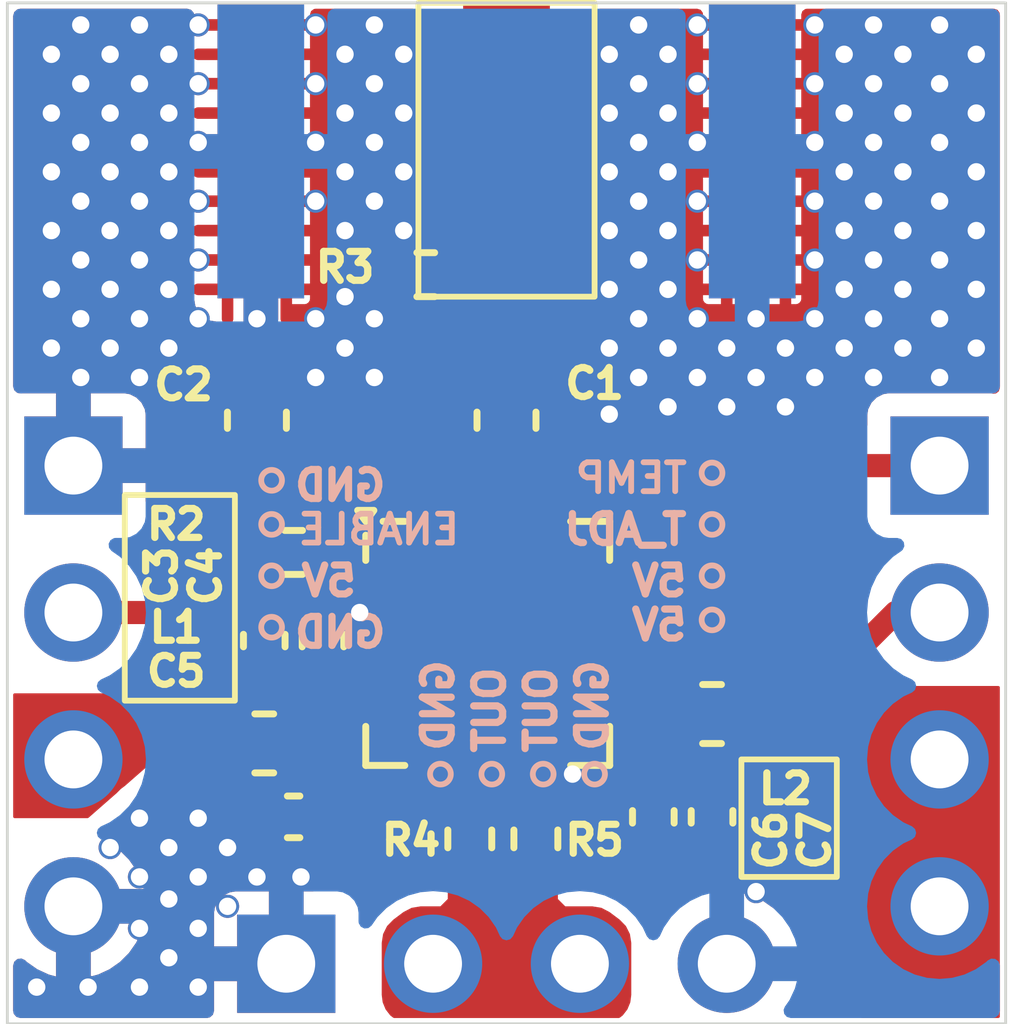
<source format=kicad_pcb>
(kicad_pcb (version 20240108) (generator "pcbnew") (generator_version "8.0")
  (layers (0 "F.Cu" signal) (1 "In1.Cu" signal) (2 "In2.Cu" signal) (31 "B.Cu" signal) (34 "B.Paste" user) (35 "F.Paste" user) (36 "B.SilkS" user "B.Silkscreen") (37 "F.SilkS" user "F.Silkscreen") (38 "B.Mask" user) (39 "F.Mask" user) (44 "Edge.Cuts" user))
  (net 0 "")
  (net 1 "Net-(U1-INHI)")
  (net 2 "Net-(J1-In)")
  (net 3 "GNDA")
  (net 4 "Net-(U1-INLO)")
  (net 5 "Net-(C3-Pad2)")
  (net 6 "Net-(U1-CLPF)")
  (net 7 "Net-(U1-VPSO)")
  (net 8 "+5V")
  (net 9 "Net-(U1-ENABLE)")
  (net 10 "ADC1_IN0_DET1")
  (net 11 "Net-(U1-VOUT)")
  (net 12 "T_ADJ_1")
  (net 13 "ADC3_IN3_TEMP")
  (footprint "Resistor_SMD:R_0402_1005Metric" (layer "F.Cu") (at 69.596 30.861 180)
    (property "Reference" "R3" (at 1.397 0.127 180) (layer "F.SilkS") (effects (font (size 0.5 0.5) (thickness 0.125))))
    (property "Value" "R")
    (fp_line (start -0.153641 0.38) (end 0.153641 0.38) (stroke (width 0.12)) (layer "F.SilkS"))
    (fp_line (start -0.153641 -0.38) (end 0.153641 -0.38) (stroke (width 0.12)) (layer "F.SilkS"))
    (pad "1" smd roundrect (at -0.51 0 180) (size 0.54 0.64) (layers "F.Cu" "F.Paste" "F.Mask") (net 2 "Net-(J1-In)"))
    (pad "2" smd roundrect (at 0.51 0 180) (size 0.54 0.64) (layers "F.Cu" "F.Paste" "F.Mask") (net 3 "GNDA"))
  )
  (footprint "Capacitor_SMD:C_0402_1005Metric" (layer "F.Cu") (at 67.31 40.235939)
    (property "Reference" "C5" (at -2.032 -2.516939 0) (layer "F.SilkS") (effects (font (size 0.5 0.5) (thickness 0.125))))
    (property "Value" "C")
    (fp_line (start -0.107836 -0.36) (end 0.107836 -0.36) (stroke (width 0.12)) (layer "F.SilkS"))
    (fp_line (start -0.107836 0.36) (end 0.107836 0.36) (stroke (width 0.12)) (layer "F.SilkS"))
    (pad "1" smd roundrect (at -0.48 0) (size 0.56 0.62) (layers "F.Cu" "F.Paste" "F.Mask") (net 3 "GNDA"))
    (pad "2" smd roundrect (at 0.48 0) (size 0.56 0.62) (layers "F.Cu" "F.Paste" "F.Mask") (net 6 "Net-(U1-CLPF)"))
  )
  (footprint "Connector_PinHeader_2.54mm:PinHeader_1x04_P2.54mm_Vertical" (layer "F.Cu") (at 67.183 42.775939 90)
    (property "Reference" "REF**" (hide yes))
    (property "Value" "PinHeader_1x04_P2.54mm_Vertical" (hide yes))
    (pad "1" thru_hole rect (at 0 0 90) (size 1.7 1.7) (drill 1) (property pad_prop_castellated) (layers "*.Cu" "*.Mask") (net 3 "GNDA"))
    (pad "2" thru_hole oval (at 0 2.54 90) (size 1.7 1.7) (drill 1) (property pad_prop_castellated) (layers "*.Cu" "*.Mask") (net 10 "ADC1_IN0_DET1"))
    (pad "3" thru_hole oval (at 0 5.08 90) (size 1.7 1.7) (drill 1) (property pad_prop_castellated) (layers "*.Cu" "*.Mask") (net 10 "ADC1_IN0_DET1"))
    (pad "4" thru_hole oval (at 0 7.62 90) (size 1.7 1.7) (drill 1) (property pad_prop_castellated) (layers "*.Cu" "*.Mask") (net 3 "GNDA"))
  )
  (footprint "Capacitor_SMD:C_0603_1608Metric" (layer "F.Cu") (at 66.675 33.377939 -90)
    (property "Reference" "C2" (at -0.611939 1.27 180) (layer "F.SilkS") (effects (font (size 0.5 0.5) (thickness 0.125))))
    (property "Value" "1n")
    (fp_line (start -0.14058 0.51) (end 0.14058 0.51) (stroke (width 0.12)) (layer "F.SilkS"))
    (fp_line (start -0.14058 -0.51) (end 0.14058 -0.51) (stroke (width 0.12)) (layer "F.SilkS"))
    (pad "1" smd roundrect (at -0.775 0 270) (size 0.9 0.95) (layers "F.Cu" "F.Paste" "F.Mask") (net 3 "GNDA"))
    (pad "2" smd roundrect (at 0.775 0 270) (size 0.9 0.95) (layers "F.Cu" "F.Paste" "F.Mask") (net 4 "Net-(U1-INLO)"))
  )
  (footprint "Connector_Coaxial:SMA_Amphenol_132289_EdgeMount" (layer "F.Cu") (at 70.993 28.7305 90)
    (property "Reference" "J1" (hide yes))
    (property "Value" "SMA" (hide yes))
    (pad "1" smd rect (at 0 0 180) (size 1.5 5.08) (layers "F.Cu" "F.Paste" "F.Mask") (net 2 "Net-(J1-In)"))
    (pad "2" smd rect (at 0 -4.25 180) (size 1.5 5.08) (layers "F.Cu" "F.Paste" "F.Mask") (net 3 "GNDA"))
    (pad "2" smd rect (at 0 -4.25 180) (size 1.5 5.08) (layers "B.Cu" "B.Paste" "B.Mask") (net 3 "GNDA"))
    (pad "2" smd rect (at 0 4.25 180) (size 1.5 5.08) (layers "F.Cu" "F.Paste" "F.Mask") (net 3 "GNDA"))
    (pad "2" smd rect (at 0 4.25 180) (size 1.5 5.08) (layers "B.Cu" "B.Paste" "B.Mask") (net 3 "GNDA"))
  )
  (footprint "Capacitor_SMD:C_0402_1005Metric" (layer "F.Cu") (at 66.802 37.187939 -90)
    (property "Reference" "C3" (at -1.119939 1.778 -90) (layer "F.SilkS") (effects (font (size 0.5 0.5) (thickness 0.125))))
    (property "Value" "100p")
    (fp_line (start -0.107836 0.36) (end 0.107836 0.36) (stroke (width 0.12)) (layer "F.SilkS"))
    (fp_line (start -0.107836 -0.36) (end 0.107836 -0.36) (stroke (width 0.12)) (layer "F.SilkS"))
    (pad "1" smd roundrect (at -0.48 0 270) (size 0.56 0.62) (layers "F.Cu" "F.Paste" "F.Mask") (net 3 "GNDA"))
    (pad "2" smd roundrect (at 0.48 0 270) (size 0.56 0.62) (layers "F.Cu" "F.Paste" "F.Mask") (net 5 "Net-(C3-Pad2)"))
  )
  (footprint "Connector_PinHeader_2.54mm:PinHeader_1x04_P2.54mm_Vertical" (layer "F.Cu") (at 63.5 34.163)
    (property "Reference" "REF**" (hide yes))
    (property "Value" "PinHeader_1x04_P2.54mm_Vertical" (hide yes))
    (pad "1" thru_hole rect (at 0 0) (size 1.7 1.7) (drill 1) (property pad_prop_castellated) (layers "*.Cu" "*.Mask") (net 3 "GNDA"))
    (pad "2" thru_hole oval (at 0 2.54) (size 1.7 1.7) (drill 1) (property pad_prop_castellated) (layers "*.Cu" "*.Mask") (net 5 "Net-(C3-Pad2)"))
    (pad "3" thru_hole oval (at 0 5.08) (size 1.7 1.7) (drill 1) (property pad_prop_castellated) (layers "*.Cu" "*.Mask") (net 8 "+5V"))
    (pad "4" thru_hole oval (at 0 7.62) (size 1.7 1.7) (drill 1) (property pad_prop_castellated) (layers "*.Cu" "*.Mask") (net 3 "GNDA"))
  )
  (footprint "Resistor_SMD:R_0402_1005Metric" (layer "F.Cu") (at 71.501 40.616939 -90)
    (property "Reference" "R5" (at 0.023061 -1.016 180) (layer "F.SilkS") (effects (font (size 0.5 0.5) (thickness 0.125))))
    (property "Value" "R")
    (fp_line (start -0.153641 0.38) (end 0.153641 0.38) (stroke (width 0.12)) (layer "F.SilkS"))
    (fp_line (start -0.153641 -0.38) (end 0.153641 -0.38) (stroke (width 0.12)) (layer "F.SilkS"))
    (pad "1" smd roundrect (at -0.51 0 270) (size 0.54 0.64) (layers "F.Cu" "F.Paste" "F.Mask") (net 3 "GNDA"))
    (pad "2" smd roundrect (at 0.51 0 270) (size 0.54 0.64) (layers "F.Cu" "F.Paste" "F.Mask") (net 10 "ADC1_IN0_DET1"))
  )
  (footprint "Package_LGA:LGA-16_4x4mm_P0.65mm_LayoutBorder4x4y" (layer "F.Cu") (at 70.668 37.236939)
    (property "Reference" "U1" (hide yes))
    (property "Value" "AD8318")
    (fp_line (start -2.11 -1.435) (end -2.11 -1.87) (stroke (width 0.12)) (layer "F.SilkS"))
    (fp_line (start -2.11 2.11) (end -2.11 1.435) (stroke (width 0.12)) (layer "F.SilkS"))
    (fp_line (start -1.435 -2.11) (end -1.81 -2.11) (stroke (width 0.12)) (layer "F.SilkS"))
    (fp_line (start -1.435 2.11) (end -2.11 2.11) (stroke (width 0.12)) (layer "F.SilkS"))
    (fp_line (start 1.435 -2.11) (end 2.11 -2.11) (stroke (width 0.12)) (layer "F.SilkS"))
    (fp_line (start 1.435 2.11) (end 2.11 2.11) (stroke (width 0.12)) (layer "F.SilkS"))
    (fp_line (start 2.11 -2.11) (end 2.11 -1.435) (stroke (width 0.12)) (layer "F.SilkS"))
    (fp_line (start 2.11 2.11) (end 2.11 1.435) (stroke (width 0.12)) (layer "F.SilkS"))
    (fp_poly (pts (xy -2.11 -2.11) (xy -2.25 -2.3) (xy -1.97 -2.3) (xy -2.11 -2.11)) (stroke (width 0.12)) (fill solid) (layer "F.SilkS"))
    (pad "1" smd roundrect (at -1.7 -0.975) (size 0.55 0.4) (layers "F.Cu" "F.Paste" "F.Mask") (net 3 "GNDA"))
    (pad "2" smd roundrect (at -1.7 -0.325) (size 0.55 0.4) (layers "F.Cu" "F.Paste" "F.Mask") (net 3 "GNDA"))
    (pad "3" smd roundrect (at -1.7 0.325) (size 0.55 0.4) (layers "F.Cu" "F.Paste" "F.Mask") (net 5 "Net-(C3-Pad2)"))
    (pad "4" smd roundrect (at -1.7 0.975) (size 0.55 0.4) (layers "F.Cu" "F.Paste" "F.Mask") (net 5 "Net-(C3-Pad2)"))
    (pad "5" smd roundrect (at -0.975 1.7) (size 0.4 0.55) (layers "F.Cu" "F.Paste" "F.Mask") (net 6 "Net-(U1-CLPF)"))
    (pad "6" smd roundrect (at -0.325 1.7) (size 0.4 0.55) (layers "F.Cu" "F.Paste" "F.Mask") (net 11 "Net-(U1-VOUT)"))
    (pad "7" smd roundrect (at 0.325 1.7) (size 0.4 0.55) (layers "F.Cu" "F.Paste" "F.Mask") (net 11 "Net-(U1-VOUT)"))
    (pad "8" smd roundrect (at 0.975 1.7) (size 0.4 0.55) (layers "F.Cu" "F.Paste" "F.Mask") (net 3 "GNDA"))
    (pad "9" smd roundrect (at 1.7 0.975) (size 0.55 0.4) (layers "F.Cu" "F.Paste" "F.Mask") (net 7 "Net-(U1-VPSO)"))
    (pad "10" smd roundrect (at 1.7 0.325) (size 0.55 0.4) (layers "F.Cu" "F.Paste" "F.Mask") (net 12 "T_ADJ_1"))
    (pad "11" smd roundrect (at 1.7 -0.325) (size 0.55 0.4) (layers "F.Cu" "F.Paste" "F.Mask") (net 3 "GNDA"))
    (pad "12" smd roundrect (at 1.7 -0.975) (size 0.55 0.4) (layers "F.Cu" "F.Paste" "F.Mask") (net 3 "GNDA"))
    (pad "13" smd roundrect (at 0.975 -1.7) (size 0.4 0.55) (layers "F.Cu" "F.Paste" "F.Mask") (net 13 "ADC3_IN3_TEMP"))
    (pad "14" smd roundrect (at 0.325 -1.7) (size 0.4 0.55) (layers "F.Cu" "F.Paste" "F.Mask") (net 1 "Net-(U1-INHI)"))
    (pad "15" smd roundrect (at -0.325 -1.7) (size 0.4 0.55) (layers "F.Cu" "F.Paste" "F.Mask") (net 4 "Net-(U1-INLO)"))
    (pad "16" smd roundrect (at -0.975 -1.7) (size 0.4 0.55) (layers "F.Cu" "F.Paste" "F.Mask") (net 9 "Net-(U1-ENABLE)"))
  )
  (footprint "Capacitor_SMD:C_0402_1005Metric" (layer "F.Cu") (at 74.549 40.235939 90)
    (property "Reference" "C7" (at -0.404061 1.778 -90) (layer "F.SilkS") (effects (font (size 0.5 0.5) (thickness 0.125))))
    (property "Value" "100p")
    (fp_line (start -0.107836 -0.36) (end 0.107836 -0.36) (stroke (width 0.12)) (layer "F.SilkS"))
    (fp_line (start -0.107836 0.36) (end 0.107836 0.36) (stroke (width 0.12)) (layer "F.SilkS"))
    (pad "1" smd roundrect (at -0.48 0 90) (size 0.56 0.62) (layers "F.Cu" "F.Paste" "F.Mask") (net 3 "GNDA"))
    (pad "2" smd roundrect (at 0.48 0 90) (size 0.56 0.62) (layers "F.Cu" "F.Paste" "F.Mask") (net 7 "Net-(U1-VPSO)"))
  )
  (footprint "Capacitor_SMD:C_0402_1005Metric" (layer "F.Cu") (at 73.533 40.235939 90)
    (property "Reference" "C6" (at -0.404061 2.032 -90) (layer "F.SilkS") (effects (font (size 0.5 0.5) (thickness 0.125) (bold yes))))
    (property "Value" "100p")
    (fp_line (start -0.107836 -0.36) (end 0.107836 -0.36) (stroke (width 0.12)) (layer "F.SilkS"))
    (fp_line (start -0.107836 0.36) (end 0.107836 0.36) (stroke (width 0.12)) (layer "F.SilkS"))
    (pad "1" smd roundrect (at -0.48 0 90) (size 0.56 0.62) (layers "F.Cu" "F.Paste" "F.Mask") (net 3 "GNDA"))
    (pad "2" smd roundrect (at 0.48 0 90) (size 0.56 0.62) (layers "F.Cu" "F.Paste" "F.Mask") (net 7 "Net-(U1-VPSO)"))
  )
  (footprint "Connector_PinHeader_2.54mm:PinHeader_1x04_P2.54mm_Vertical" (layer "F.Cu") (at 78.486 34.163)
    (property "Reference" "REF**" (hide yes))
    (property "Value" "PinHeader_1x04_P2.54mm_Vertical" (hide yes))
    (pad "1" thru_hole rect (at 0 0) (size 1.7 1.7) (drill 1) (property pad_prop_castellated) (layers "*.Cu" "*.Mask") (net 13 "ADC3_IN3_TEMP"))
    (pad "2" thru_hole oval (at 0 2.54) (size 1.7 1.7) (drill 1) (property pad_prop_castellated) (layers "*.Cu" "*.Mask") (net 12 "T_ADJ_1"))
    (pad "3" thru_hole oval (at 0 5.08) (size 1.7 1.7) (drill 1) (property pad_prop_castellated) (layers "*.Cu" "*.Mask") (net 8 "+5V"))
    (pad "4" thru_hole oval (at 0 7.62) (size 1.7 1.7) (drill 1) (property pad_prop_castellated) (layers "*.Cu" "*.Mask") (net 8 "+5V"))
  )
  (footprint "Inductor_SMD:L_0603_1608Metric" (layer "F.Cu") (at 74.549 38.457939 180)
    (property "Reference" "L2" (at -1.27 -1.293061 180) (layer "F.SilkS") (effects (font (size 0.5 0.5) (thickness 0.125))))
    (property "Value" "2n2" (hide yes))
    (fp_line (start -0.162779 0.51) (end 0.162779 0.51) (stroke (width 0.12)) (layer "F.SilkS"))
    (fp_line (start -0.162779 -0.51) (end 0.162779 -0.51) (stroke (width 0.12)) (layer "F.SilkS"))
    (pad "1" smd roundrect (at -0.7875 0 180) (size 0.875 0.95) (layers "F.Cu" "F.Paste" "F.Mask") (net 8 "+5V"))
    (pad "2" smd roundrect (at 0.7875 0 180) (size 0.875 0.95) (layers "F.Cu" "F.Paste" "F.Mask") (net 7 "Net-(U1-VPSO)"))
  )
  (footprint "Resistor_SMD:R_0402_1005Metric" (layer "F.Cu") (at 67.31 35.663939 180)
    (property "Reference" "R2" (at 2.032 0.484939 180) (layer "F.SilkS") (effects (font (size 0.5 0.5) (thickness 0.125))))
    (property "Value" "R")
    (fp_line (start -0.153641 0.38) (end 0.153641 0.38) (stroke (width 0.12)) (layer "F.SilkS"))
    (fp_line (start -0.153641 -0.38) (end 0.153641 -0.38) (stroke (width 0.12)) (layer "F.SilkS"))
    (pad "1" smd roundrect (at -0.51 0 180) (size 0.54 0.64) (layers "F.Cu" "F.Paste" "F.Mask") (net 9 "Net-(U1-ENABLE)"))
    (pad "2" smd roundrect (at 0.51 0 180) (size 0.54 0.64) (layers "F.Cu" "F.Paste" "F.Mask") (net 5 "Net-(C3-Pad2)"))
  )
  (footprint "Capacitor_SMD:C_0402_1005Metric" (layer "F.Cu") (at 67.818 37.187939 -90)
    (property "Reference" "C4" (at -1.119939 2.032 90) (layer "F.SilkS") (effects (font (size 0.5 0.5) (thickness 0.125))))
    (property "Value" "100p")
    (fp_line (start -0.107836 0.36) (end 0.107836 0.36) (stroke (width 0.12)) (layer "F.SilkS"))
    (fp_line (start -0.107836 -0.36) (end 0.107836 -0.36) (stroke (width 0.12)) (layer "F.SilkS"))
    (pad "1" smd roundrect (at -0.48 0 270) (size 0.56 0.62) (layers "F.Cu" "F.Paste" "F.Mask") (net 3 "GNDA"))
    (pad "2" smd roundrect (at 0.48 0 270) (size 0.56 0.62) (layers "F.Cu" "F.Paste" "F.Mask") (net 5 "Net-(C3-Pad2)"))
  )
  (footprint "Capacitor_SMD:C_0603_1608Metric" (layer "F.Cu") (at 70.993 33.377939 -90)
    (property "Reference" "C1" (at -0.635 -1.524 180) (layer "F.SilkS") (effects (font (size 0.5 0.5) (thickness 0.125))))
    (property "Value" "1n")
    (fp_line (start -0.14058 0.51) (end 0.14058 0.51) (stroke (width 0.12)) (layer "F.SilkS"))
    (fp_line (start -0.14058 -0.51) (end 0.14058 -0.51) (stroke (width 0.12)) (layer "F.SilkS"))
    (pad "1" smd roundrect (at -0.775 0 270) (size 0.9 0.95) (layers "F.Cu" "F.Paste" "F.Mask") (net 2 "Net-(J1-In)"))
    (pad "2" smd roundrect (at 0.775 0 270) (size 0.9 0.95) (layers "F.Cu" "F.Paste" "F.Mask") (net 1 "Net-(U1-INHI)"))
  )
  (footprint "Resistor_SMD:R_0402_1005Metric" (layer "F.Cu") (at 70.358 40.616939 -90)
    (property "Reference" "R4" (at 0.023061 1.016 180) (layer "F.SilkS") (effects (font (size 0.5 0.5) (thickness 0.125))))
    (property "Value" "R")
    (fp_line (start -0.153641 0.38) (end 0.153641 0.38) (stroke (width 0.12)) (layer "F.SilkS"))
    (fp_line (start -0.153641 -0.38) (end 0.153641 -0.38) (stroke (width 0.12)) (layer "F.SilkS"))
    (pad "1" smd roundrect (at -0.51 0 270) (size 0.54 0.64) (layers "F.Cu" "F.Paste" "F.Mask") (net 11 "Net-(U1-VOUT)"))
    (pad "2" smd roundrect (at 0.51 0 270) (size 0.54 0.64) (layers "F.Cu" "F.Paste" "F.Mask") (net 10 "ADC1_IN0_DET1"))
  )
  (footprint "Inductor_SMD:L_0603_1608Metric" (layer "F.Cu") (at 66.802 38.965939)
    (property "Reference" "L1" (at -1.524 -2.008939 0) (layer "F.SilkS") (effects (font (size 0.5 0.5) (thickness 0.125))))
    (property "Value" "2n2")
    (fp_line (start -0.162779 -0.51) (end 0.162779 -0.51) (stroke (width 0.12)) (layer "F.SilkS"))
    (fp_line (start -0.162779 0.51) (end 0.162779 0.51) (stroke (width 0.12)) (layer "F.SilkS"))
    (pad "1" smd roundrect (at -0.7875 0) (size 0.875 0.95) (layers "F.Cu" "F.Paste" "F.Mask") (net 8 "+5V"))
    (pad "2" smd roundrect (at 0.7875 0) (size 0.875 0.95) (layers "F.Cu" "F.Paste" "F.Mask") (net 5 "Net-(C3-Pad2)"))
  )
  (gr_circle (center 66.929 36.957) (end 67.056 37.084) (stroke (width 0.1)) (fill none) (layer "B.SilkS"))
  (gr_circle (center 74.549 36.068) (end 74.422 36.195) (stroke (width 0.1)) (fill none) (layer "B.SilkS"))
  (gr_circle (center 69.85 39.497) (end 69.723 39.624) (stroke (width 0.1)) (fill none) (layer "B.SilkS"))
  (gr_circle (center 74.549 35.179) (end 74.422 35.306) (stroke (width 0.1)) (fill none) (layer "B.SilkS"))
  (gr_circle (center 70.739 39.497) (end 70.612 39.624) (stroke (width 0.1)) (fill none) (layer "B.SilkS"))
  (gr_circle (center 66.929 36.068) (end 67.056 36.195) (stroke (width 0.1)) (fill none) (layer "B.SilkS"))
  (gr_circle (center 74.549 36.83) (end 74.422 36.957) (stroke (width 0.1)) (fill none) (layer "B.SilkS"))
  (gr_circle (center 74.549 34.29) (end 74.422 34.417) (stroke (width 0.1)) (fill none) (layer "B.SilkS"))
  (gr_circle (center 66.929 34.417) (end 67.056 34.544) (stroke (width 0.1)) (fill none) (layer "B.SilkS"))
  (gr_circle (center 71.628 39.497) (end 71.501 39.624) (stroke (width 0.1)) (fill none) (layer "B.SilkS"))
  (gr_circle (center 72.517 39.497) (end 72.39 39.624) (stroke (width 0.1)) (fill none) (layer "B.SilkS"))
  (gr_circle (center 66.929 35.179) (end 67.056 35.306) (stroke (width 0.1)) (fill none) (layer "B.SilkS"))
  (gr_rect (start 75.057 39.243) (end 76.708 41.275) (stroke (width 0.1)) (fill none) (layer "F.SilkS"))
  (gr_rect (start 69.469 26.162) (end 72.517 31.242) (stroke (width 0.1)) (fill none) (layer "F.SilkS"))
  (gr_rect (start 64.389 34.671) (end 66.294 38.227) (stroke (width 0.1)) (fill none) (layer "F.SilkS"))
  (gr_rect (start 62.357 26.162) (end 79.629 43.815) (stroke (width 0.05)) (fill none) (layer "Edge.Cuts"))
  (gr_text "TEMP" (at 74.168 34.671 -0) (layer "B.SilkS") (effects (font (size 0.5 0.5) (thickness 0.1) (bold yes)) (justify left bottom mirror)))
  (gr_text "ENABLE" (at 70.231 35.56 0) (layer "B.SilkS") (effects (font (size 0.5 0.5) (thickness 0.1)) (justify left bottom mirror)))
  (gr_text "5V" (at 74.168 37.211 -0) (layer "B.SilkS") (effects (font (size 0.5 0.5) (thickness 0.125) (bold yes)) (justify left bottom mirror)))
  (gr_text "OUT" (at 71.882 37.592 90) (layer "B.SilkS") (effects (font (size 0.5 0.5) (thickness 0.125) (bold yes)) (justify left bottom mirror)))
  (gr_text "5V" (at 68.453 36.449 -0) (layer "B.SilkS") (effects (font (size 0.5 0.5) (thickness 0.125) (bold yes)) (justify left bottom mirror)))
  (gr_text "T_ADJ" (at 74.168 35.56 -0) (layer "B.SilkS") (effects (font (size 0.5 0.5) (thickness 0.125) (bold yes)) (justify left bottom mirror)))
  (gr_text "GND" (at 68.961 34.798 -0) (layer "B.SilkS") (effects (font (size 0.5 0.5) (thickness 0.125) (bold yes)) (justify left bottom mirror)))
  (gr_text "GND" (at 72.771 37.465 90) (layer "B.SilkS") (effects (font (size 0.5 0.5) (thickness 0.125) (bold yes)) (justify left bottom mirror)))
  (gr_text "GND" (at 68.961 37.338 -0) (layer "B.SilkS") (effects (font (size 0.5 0.5) (thickness 0.125) (bold yes)) (justify left bottom mirror)))
  (gr_text "5V" (at 74.168 36.449 -0) (layer "B.SilkS") (effects (font (size 0.5 0.5) (thickness 0.125) (bold yes)) (justify left bottom mirror)))
  (gr_text "GND" (at 70.104 37.465 90) (layer "B.SilkS") (effects (font (size 0.5 0.5) (thickness 0.125) (bold yes)) (justify left bottom mirror)))
  (gr_text "OUT" (at 70.993 37.592 90) (layer "B.SilkS") (effects (font (size 0.5 0.5) (thickness 0.125) (bold yes)) (justify left bottom mirror)))
  (segment (start 70.993 34.152939) (end 70.993 35.536939) (width 0.156464) (layer "F.Cu") (net 1))
  (segment (start 70.993 28.7305) (end 70.993 32.602939) (width 0.156464) (layer "F.Cu") (net 2))
  (segment (start 75.243 28.7305) (end 75.243 30.548) (width 0.2) (layer "F.Cu") (net 3))
  (segment (start 66.743 28.897) (end 66.929 29.083) (width 0.2) (layer "F.Cu") (net 3))
  (segment (start 74.803 28.575) (end 74.295 28.575) (width 0.2) (layer "F.Cu") (net 3))
  (segment (start 75.565 28.575) (end 76.327 28.575) (width 0.2) (layer "F.Cu") (net 3))
  (segment (start 66.743 30.548) (end 67.31 31.115) (width 0.2) (layer "F.Cu") (net 3))
  (segment (start 75.243 28.262) (end 75.438 28.067) (width 0.2) (layer "F.Cu") (net 3))
  (segment (start 75.243 30.548) (end 74.803 30.988) (width 0.2) (layer "F.Cu") (net 3))
  (segment (start 66.743 27.754) (end 66.548 27.559) (width 0.2) (layer "F.Cu") (net 3))
  (segment (start 66.167 30.48) (end 66.167 31.623) (width 0.2) (layer "F.Cu") (net 3))
  (segment (start 66.743 28.7305) (end 66.743 29.904) (width 0.2) (layer "F.Cu") (net 3))
  (segment (start 74.93 27.559) (end 74.295 27.559) (width 0.2) (layer "F.Cu") (net 3))
  (segment (start 75.565 29.591) (end 76.327 29.591) (width 0.2) (layer "F.Cu") (net 3))
  (segment (start 75.243 28.7305) (end 75.243 27.754) (width 0.2) (layer "F.Cu") (net 3))
  (segment (start 66.421 26.543) (end 65.659 26.543) (width 0.2) (layer "F.Cu") (net 3))
  (segment (start 75.243 29.913) (end 75.057 30.099) (width 0.2) (layer "F.Cu") (net 3))
  (segment (start 75.243 27.872) (end 74.93 27.559) (width 0.2) (layer "F.Cu") (net 3))
  (segment (start 66.421 28.575) (end 65.659 28.575) (width 0.2) (layer "F.Cu") (net 3))
  (segment (start 66.743 32.534939) (end 66.675 32.602939) (width 0.484441) (layer "F.Cu") (net 3))
  (segment (start 75.243 28.7305) (end 75.243 27.364) (width 0.2) (layer "F.Cu") (net 3))
  (segment (start 66.548 28.9255) (end 66.548 29.591) (width 0.2) (layer "F.Cu") (net 3))
  (segment (start 66.743 28.7305) (end 66.743 28.389) (width 0.2) (layer "F.Cu") (net 3))
  (segment (start 66.548 30.099) (end 65.659 30.099) (width 0.2) (layer "F.Cu") (net 3))
  (segment (start 66.743 30.294) (end 67.056 30.607) (width 0.2) (layer "F.Cu") (net 3))
  (segment (start 66.3905 29.083) (end 66.743 28.7305) (width 0.2) (layer "F.Cu") (net 3))
  (segment (start 75.243 26.865) (end 75.565 26.543) (width 0.2) (layer "F.Cu") (net 3))
  (segment (start 75.057 30.099) (end 74.295 30.099) (width 0.2) (layer "F.Cu") (net 3))
  (segment (start 74.93 27.051) (end 74.295 27.051) (width 0.2) (layer "F.Cu") (net 3))
  (segment (start 75.243 27.246) (end 75.438 27.051) (width 0.2) (layer "F.Cu") (net 3))
  (segment (start 74.93 31.115) (end 74.295 31.115) (width 0.2) (layer "F.Cu") (net 3))
  (segment (start 66.421 27.051) (end 65.659 27.051) (width 0.2) (layer "F.Cu") (net 3))
  (segment (start 66.743 29.904) (end 66.167 30.48) (width 0.2) (layer "F.Cu") (net 3))
  (segment (start 75.692 29.21) (end 75.819 29.083) (width 0.2) (layer "F.Cu") (net 3))
  (segment (start 75.4095 28.7305) (end 75.565 28.575) (width 0.2) (layer "F.Cu") (net 3))
  (segment (start 75.565 31.115) (end 76.327 31.115) (width 0.2) (layer "F.Cu") (net 3))
  (segment (start 75.438 27.051) (end 76.327 27.051) (width 0.2) (layer "F.Cu") (net 3))
  (segment (start 66.929 30.099) (end 67.691 30.099) (width 0.2) (layer "F.Cu") (net 3))
  (segment (start 75.438 28.067) (end 76.327 28.067) (width 0.2) (layer "F.Cu") (net 3))
  (segment (start 75.243 28.7305) (end 75.243 29.523) (width 0.2) (layer "F.Cu") (net 3))
  (segment (start 75.243 27.364) (end 74.93 27.051) (width 0.2) (layer "F.Cu") (net 3))
  (segment (start 66.743 28.7305) (end 66.743 28.126) (width 0.2) (layer "F.Cu") (net 3))
  (segment (start 66.743 28.7305) (end 66.743 26.729) (width 0.2) (layer "F.Cu") (net 3))
  (segment (start 75.243 30.793) (end 75.565 31.115) (width 0.2) (layer "F.Cu") (net 3))
  (segment (start 75.243 28.7305) (end 75.243 28.262) (width 0.2) (layer "F.Cu") (net 3))
  (segment (start 66.743 28.7305) (end 66.743 27.745) (width 0.2) (layer "F.Cu") (net 3))
  (segment (start 75.243 28.7305) (end 74.9585 28.7305) (width 0.2) (layer "F.Cu") (net 3))
  (segment (start 75.243 28.7305) (end 75.243 27.246) (width 0.2) (layer "F.Cu") (net 3))
  (segment (start 75.243 28.7305) (end 75.243 29.278) (width 0.2) (layer "F.Cu") (net 3))
  (segment (start 75.243 28.7305) (end 75.243 30.539) (width 0.2) (layer "F.Cu") (net 3))
  (segment (start 66.743 27.745) (end 66.929 27.559) (width 0.2) (layer "F.Cu") (net 3))
  (segment (start 66.743 28.7305) (end 66.5765 28.7305) (width 0.2) (layer "F.Cu") (net 3))
  (segment (start 75.243 28.761) (end 75.692 29.21) (width 0.2) (layer "F.Cu") (net 3))
  (segment (start 66.548 29.591) (end 65.659 29.591) (width 0.2) (layer "F.Cu") (net 3))
  (segment (start 66.743 28.7305) (end 66.743 26.865) (width 0.2) (layer "F.Cu") (net 3))
  (segment (start 66.743 29.913) (end 66.929 30.099) (width 0.2) (layer "F.Cu") (net 3))
  (segment (start 66.743 28.7305) (end 66.743 30.167) (width 0.2) (layer "F.Cu") (net 3))
  (segment (start 66.384939 32.893) (end 66.675 32.602939) (width 0.2) (layer "F.Cu") (net 3))
  (segment (start 66.929 27.051) (end 67.691 27.051) (width 0.2) (layer "F.Cu") (net 3))
  (segment (start 75.243 30.539) (end 75.311 30.607) (width 0.2) (layer "F.Cu") (net 3))
  (segment (start 66.743 30.285) (end 66.421 30.607) (width 0.2) (layer "F.Cu") (net 3))
  (segment (start 74.93 29.591) (end 74.295 29.591) (width 0.2) (layer "F.Cu") (net 3))
  (segment (start 75.565 26.543) (end 76.327 26.543) (width 0.2) (layer "F.Cu") (net 3))
  (segment (start 66.743 26.865) (end 66.421 26.543) (width 0.2) (layer "F.Cu") (net 3))
  (segment (start 66.743 28.7305) (end 66.743 30.285) (width 0.2) (layer "F.Cu") (net 3))
  (segment (start 66.743 30.675) (end 66.929 30.861) (width 0.2) (layer "F.Cu") (net 3))
  (segment (start 66.743 29.151) (end 67.183 29.591) (width 0.2) (layer "F.Cu") (net 3))
  (segment (start 75.819 31.115) (end 75.819 31.623) (width 0.2) (layer "F.Cu") (net 3))
  (segment (start 75.819 29.083) (end 76.327 29.083) (width 0.2) (layer "F.Cu") (net 3))
  (segment (start 75.243 28.7305) (end 75.243 26.865) (width 0.2) (layer "F.Cu") (net 3))
  (segment (start 66.743 28.7305) (end 66.743 29.151) (width 0.2) (layer "F.Cu") (net 3))
  (segment (start 66.802 28.067) (end 67.691 28.067) (width 0.2) (layer "F.Cu") (net 3))
  (segment (start 66.743 28.7305) (end 66.743 30.294) (width 0.2) (layer "F.Cu") (net 3))
  (segment (start 75.438 30.099) (end 76.327 30.099) (width 0.2) (layer "F.Cu") (net 3))
  (segment (start 75.243 28.7305) (end 75.243 29.913) (width 0.2) (layer "F.Cu") (net 3))
  (segment (start 66.167 31.115) (end 65.659 31.115) (width 0.2) (layer "F.Cu") (net 3))
  (segment (start 66.743 28.126) (end 66.802 28.067) (width 0.2) (layer "F.Cu") (net 3))
  (segment (start 74.803 30.607) (end 74.295 30.607) (width 0.2) (layer "F.Cu") (net 3))
  (segment (start 67.056 30.607) (end 67.691 30.607) (width 0.2) (layer "F.Cu") (net 3))
  (segment (start 75.243 28.507) (end 74.803 28.067) (width 0.2) (layer "F.Cu") (net 3))
  (segment (start 74.9585 28.7305) (end 74.803 28.575) (width 0.2) (layer "F.Cu") (net 3))
  (segment (start 66.929 29.083) (end 67.691 29.083) (width 0.2) (layer "F.Cu") (net 3))
  (segment (start 75.243 28.7305) (end 75.243 30.167) (width 0.2) (layer "F.Cu") (net 3))
  (segment (start 67.31 31.115) (end 67.691 31.115) (width 0.2) (layer "F.Cu") (net 3))
  (segment (start 75.243 28.7305) (end 75.243 30.793) (width 0.2) (layer "F.Cu") (net 3))
  (segment (start 66.743 26.729) (end 66.929 26.543) (width 0.2) (layer "F.Cu") (net 3))
  (segment (start 67.183 30.607) (end 67.183 31.623) (width 0.2) (layer "F.Cu") (net 3))
  (segment (start 74.803 28.067) (end 74.295 28.067) (width 0.2) (layer "F.Cu") (net 3))
  (segment (start 75.243 30.539) (end 75.819 31.115) (width 0.2) (layer "F.Cu") (net 3))
  (segment (start 75.438 27.559) (end 76.327 27.559) (width 0.2) (layer "F.Cu") (net 3))
  (segment (start 66.743 28.7305) (end 66.743 27.754) (width 0.2) (layer "F.Cu") (net 3))
  (segment (start 75.243 28.7305) (end 75.243 30.802) (width 0.2) (layer "F.Cu") (net 3))
  (segment (start 66.743 28.389) (end 66.421 28.067) (width 0.2) (layer "F.Cu") (net 3))
  (segment (start 66.421 30.607) (end 65.659 30.607) (width 0.2) (layer "F.Cu") (net 3))
  (segment (start 66.743 27.373) (end 66.421 27.051) (width 0.2) (layer "F.Cu") (net 3))
  (segment (start 75.243 27.754) (end 75.438 27.559) (width 0.2) (layer "F.Cu") (net 3))
  (segment (start 64.135 33.528) (end 63.373 33.528) (width 0.2) (layer "F.Cu") (net 3))
  (segment (start 66.743 28.7305) (end 66.743 30.539) (width 0.2) (layer "F.Cu") (net 3))
  (segment (start 66.743 29.904) (end 66.548 30.099) (width 0.2) (layer "F.Cu") (net 3))
  (segment (start 74.803 29.083) (end 74.295 29.083) (width 0.2) (layer "F.Cu") (net 3))
  (segment (start 75.243 28.7305) (end 75.243 28.761) (width 0.2) (layer "F.Cu") (net 3))
  (segment (start 75.243 28.7305) (end 75.243 27.872) (width 0.2) (layer "F.Cu") (net 3))
  (segment (start 65.659 29.083) (end 66.3905 29.083) (width 0.2) (layer "F.Cu") (net 3))
  (segment (start 67.183 42.775939) (end 66.83 42.422939) (width 0.4) (layer "F.Cu") (net 3))
  (segment (start 75.243 29.278) (end 74.93 29.591) (width 0.2) (layer "F.Cu") (net 3))
  (segment (start 66.929 27.559) (end 67.691 27.559) (width 0.2) (layer "F.Cu") (net 3))
  (segment (start 66.743 30.539) (end 66.167 31.115) (width 0.2) (layer "F.Cu") (net 3))
  (segment (start 66.743 27.237) (end 66.929 27.051) (width 0.2) (layer "F.Cu") (net 3))
  (segment (start 66.743 28.7305) (end 66.743 30.675) (width 0.2) (layer "F.Cu") (net 3))
  (segment (start 75.184 26.543) (end 74.295 26.543) (width 0.2) (layer "F.Cu") (net 3))
  (segment (start 74.803 30.988) (end 74.803 31.623) (width 0.2) (layer "F.Cu") (net 3))
  (segment (start 75.311 30.607) (end 76.327 30.607) (width 0.2) (layer "F.Cu") (net 3))
  (segment (start 66.929 26.543) (end 67.691 26.543) (width 0.2) (layer "F.Cu") (net 3))
  (segment (start 66.5765 28.7305) (end 66.421 28.575) (width 0.2) (layer "F.Cu") (net 3))
  (segment (start 66.743 28.7305) (end 66.743 29.015) (width 0.2) (layer "F.Cu") (net 3))
  (segment (start 66.743 28.7305) (end 66.743 27.373) (width 0.2) (layer "F.Cu") (net 3))
  (segment (start 75.243 29.904) (end 75.438 30.099) (width 0.2) (layer "F.Cu") (net 3))
  (segment (start 66.743 28.7305) (end 66.743 29.913) (width 0.2) (layer "F.Cu") (net 3))
  (segment (start 75.243 28.7305) (end 75.243 26.602) (width 0.2) (layer "F.Cu") (net 3))
  (segment (start 66.421 28.067) (end 65.659 28.067) (width 0.2) (layer "F.Cu") (net 3))
  (segment (start 75.243 30.802) (end 74.93 31.115) (width 0.2) (layer "F.Cu") (net 3))
  (segment (start 66.743 30.167) (end 67.183 30.607) (width 0.2) (layer "F.Cu") (net 3))
  (segment (start 75.1555 28.7305) (end 74.803 29.083) (width 0.2) (layer "F.Cu") (net 3))
  (segment (start 66.743 29.015) (end 66.548 29.21) (width 0.2) (layer "F.Cu") (net 3))
  (segment (start 75.243 28.7305) (end 75.4095 28.7305) (width 0.2) (layer "F.Cu") (net 3))
  (segment (start 75.243 29.523) (end 75.438 29.718) (width 0.2) (layer "F.Cu") (net 3))
  (segment (start 75.438 29.718) (end 75.565 29.591) (width 0.2) (layer "F.Cu") (net 3))
  (segment (start 66.743 28.7305) (end 66.743 27.237) (width 0.2) (layer "F.Cu") (net 3))
  (segment (start 66.548 27.559) (end 65.659 27.559) (width 0.2) (layer "F.Cu") (net 3))
  (segment (start 66.743 28.7305) (end 66.548 28.9255) (width 0.2) (layer "F.Cu") (net 3))
  (segment (start 66.743 28.7305) (end 66.743 28.897) (width 0.2) (layer "F.Cu") (net 3))
  (segment (start 75.243 26.602) (end 75.184 26.543) (width 0.2) (layer "F.Cu") (net 3))
  (segment (start 75.243 28.7305) (end 75.243 29.904) (width 0.2) (layer "F.Cu") (net 3))
  (segment (start 75.243 28.7305) (end 75.243 28.507) (width 0.2) (layer "F.Cu") (net 3))
  (segment (start 75.243 30.167) (end 74.803 30.607) (width 0.2) (layer "F.Cu") (net 3))
  (segment (start 75.243 28.7305) (end 75.1555 28.7305) (width 0.2) (layer "F.Cu") (net 3))
  (segment (start 67.183 29.591) (end 67.691 29.591) (width 0.2) (layer "F.Cu") (net 3))
  (segment (start 63.373 33.528) (end 62.938 33.963) (width 0.2) (layer "F.Cu") (net 3))
  (segment (start 66.743 28.7305) (end 66.743 30.548) (width 0.2) (layer "F.Cu") (net 3))
  (via (at 69.215 29.083) (size 0.4) (drill 0.3) (layers "F.Cu" "B.Cu") (net 3))
  (via (at 66.167 41.783) (size 0.4) (drill 0.3) (layers "F.Cu" "B.Cu") (net 3))
  (via (at 63.119 31.115) (size 0.4) (drill 0.3) (layers "F.Cu" "B.Cu") (net 3))
  (via (at 76.835 31.115) (size 0.4) (drill 0.3) (layers "F.Cu" "B.Cu") (net 3))
  (via (at 73.279 30.607) (size 0.4) (drill 0.3) (layers "F.Cu" "B.Cu") (net 3))
  (via (at 64.643 27.559) (size 0.4) (drill 0.3) (layers "F.Cu" "B.Cu") (net 3))
  (via (at 74.295 32.639) (size 0.4) (drill 0.3) (layers "F.Cu" "B.Cu") (net 3))
  (via (at 79.121 30.099) (size 0.4) (drill 0.3) (layers "F.Cu" "B.Cu") (net 3))
  (via (at 68.199 28.067) (size 0.4) (drill 0.3) (layers "F.Cu" "B.Cu") (net 3))
  (via (at 78.486 31.623) (size 0.4) (drill 0.3) (layers "F.Cu" "B.Cu") (net 3))
  (via (at 65.659 27.559) (size 0.4) (drill 0.3) (layers "F.Cu" "B.Cu") (net 3))
  (via (at 64.643 26.543) (size 0.4) (drill 0.3) (layers "F.Cu" "B.Cu") (net 3))
  (via (at 73.787 28.067) (size 0.4) (drill 0.3) (layers "F.Cu" "B.Cu") (net 3))
  (via (at 64.135 30.099) (size 0.4) (drill 0.3) (layers "F.Cu" "B.Cu") (net 3))
  (via (at 73.787 29.083) (size 0.4) (drill 0.3) (layers "F.Cu" "B.Cu") (net 3))
  (via (at 64.643 42.164) (size 0.4) (drill 0.3) (layers "F.Cu" "B.Cu") (net 3))
  (via (at 78.486 29.591) (size 0.4) (drill 0.3) (layers "F.Cu" "B.Cu") (net 3))
  (via (at 72.136 39.497) (size 0.4) (drill 0.3) (layers "F.Cu" "B.Cu") (net 3))
  (via (at 65.659 26.543) (size 0.4) (drill 0.3) (layers "F.Cu" "B.Cu") (net 3))
  (via (at 65.659 42.164) (size 0.4) (drill 0.3) (layers "F.Cu" "B.Cu") (net 3))
  (via (at 68.707 31.623) (size 0.4) (drill 0.3) (layers "F.Cu" "B.Cu") (net 3))
  (via (at 64.643 29.591) (size 0.4) (drill 0.3) (layers "F.Cu" "B.Cu") (net 3))
  (via (at 76.835 29.083) (size 0.4) (drill 0.3) (layers "F.Cu" "B.Cu") (net 3))
  (via (at 79.121 27.051) (size 0.4) (drill 0.3) (layers "F.Cu" "B.Cu") (net 3))
  (via (at 76.835 28.067) (size 0.4) (drill 0.3) (layers "F.Cu" "B.Cu") (net 3))
  (via (at 72.771 31.115) (size 0.4) (drill 0.3) (layers "F.Cu" "B.Cu") (net 3))
  (via (at 78.486 27.559) (size 0.4) (drill 0.3) (layers "F.Cu" "B.Cu") (net 3))
  (via (at 63.119 27.051) (size 0.4) (drill 0.3) (layers "F.Cu" "B.Cu") (net 3))
  (via (at 64.135 40.767) (size 0.4) (drill 0.3) (layers "F.Cu" "B.Cu") (net 3))
  (via (at 65.659 40.259) (size 0.4) (drill 0.3) (layers "F.Cu" "B.Cu") (net 3))
  (via (at 63.627 26.543) (size 0.4) (drill 0.3) (layers "F.Cu" "B.Cu") (net 3))
  (via (at 77.343 31.623) (size 0.4) (drill 0.3) (layers "F.Cu" "B.Cu") (net 3))
  (via (at 77.851 28.067) (size 0.4) (drill 0.3) (layers "F.Cu" "B.Cu") (net 3))
  (via (at 78.486 30.607) (size 0.4) (drill 0.3) (layers "F.Cu" "B.Cu") (net 3))
  (via (at 77.851 29.083) (size 0.4) (drill 0.3) (layers "F.Cu" "B.Cu") (net 3))
  (via (at 64.643 31.623) (size 0.4) (drill 0.3) (layers "F.Cu" "B.Cu") (net 3))
  (via (at 65.151 40.767) (size 0.4) (drill 0.3) (layers "F.Cu" "B.Cu") (net 3))
  (via (at 76.835 30.099) (size 0.4) (drill 0.3) (layers "F.Cu" "B.Cu") (net 3))
  (via (at 68.199 31.242) (size 0.4) (drill 0.3) (layers "F.Cu" "B.Cu") (net 3))
  (via (at 63.627 32.639) (size 0.4) (drill 0.3) (layers "F.Cu" "B.Cu") (net 3))
  (via (at 63.754 43.18) (size 0.4) (drill 0.3) (layers "F.Cu" "B.Cu") (net 3))
  (via (at 76.835 32.131) (size 0.4) (drill 0.3) (layers "F.Cu" "B.Cu") (net 3))
  (via (at 73.787 33.147) (size 0.4) (drill 0.3) (layers "F.Cu" "B.Cu") (net 3))
  (via (at 67.691 29.591) (size 0.4) (drill 0.3) (layers "F.Cu" "B.Cu") (net 3))
  (via (at 66.675 31.623) (size 0.4) (drill 0.3) (layers "F.Cu" "B.Cu") (net 3))
  (via (at 73.279 31.623) (size 0.4) (drill 0.3) (layers "F.Cu" "B.Cu") (net 3))
  (via (at 65.151 31.115) (size 0.4) (drill 0.3) (layers "F.Cu" "B.Cu") (net 3))
  (via (at 63.627 27.559) (size 0.4) (drill 0.3) (layers "F.Cu" "B.Cu") (net 3))
  (via (at 74.295 26.543) (size 0.4) (drill 0.3) (layers "F.Cu" "B.Cu") (net 3))
  (via (at 68.453 36.703) (size 0.4) (drill 0.3) (layers "F.Cu" "B.Cu") (net 3))
  (via (at 67.691 32.639) (size 0.4) (drill 0.3) (layers "F.Cu" "B.Cu") (net 3))
  (via (at 75.311 32.639) (size 0.4) (drill 0.3) (layers "F.Cu" "B.Cu") (net 3))
  (via (at 79.121 32.131) (size 0.4) (drill 0.3) (layers "F.Cu" "B.Cu") (net 3))
  (via (at 65.659 29.591) (size 0.4) (drill 0.3) (layers "F.Cu" "B.Cu") (net 3))
  (via (at 77.343 29.591) (size 0.4) (drill 0.3) (layers "F.Cu" "B.Cu") (net 3))
  (via (at 67.691 31.623) (size 0.4) (drill 0.3) (layers "F.Cu" "B.Cu") (net 3))
  (via (at 68.707 29.591) (size 0.4) (drill 0.3) (layers "F.Cu" "B.Cu") (net 3))
  (via (at 63.119 29.083) (size 0.4) (drill 0.3) (layers "F.Cu" "B.Cu") (net 3))
  (via (at 75.311 41.529) (size 0.4) (drill 0.3) (layers "F.Cu" "B.Cu") (net 3))
  (via (at 76.327 27.559) (size 0.4) (drill 0.3) (layers "F.Cu" "B.Cu") (net 3))
  (via (at 72.771 30.099) (size 0.4) (drill 0.3) (layers "F.Cu" "B.Cu") (net 3))
  (via (at 66.167 40.767) (size 0.4) (drill 0.3) (layers "F.Cu" "B.Cu") (net 3))
  (via (at 67.691 26.543) (size 0.4) (drill 0.3) (layers "F.Cu" "B.Cu") (net 3))
  (via (at 74.295 30.607) (size 0.4) (drill 0.3) (layers "F.Cu" "B.Cu") (net 3))
  (via (at 65.659 30.607) (size 0.4) (drill 0.3) (layers "F.Cu" "B.Cu") (net 3))
  (via (at 79.121 31.115) (size 0.4) (drill 0.3) (layers "F.Cu" "B.Cu") (net 3))
  (via (at 65.659 41.275) (size 0.4) (drill 0.3) (layers "F.Cu" "B.Cu") (net 3))
  (via (at 68.707 27.559) (size 0.4) (drill 0.3) (layers "F.Cu" "B.Cu") (net 3))
  (via (at 65.151 28.067) (size 0.4) (drill 0.3) (layers "F.Cu" "B.Cu") (net 3))
  (via (at 65.151 42.672) (size 0.4) (drill 0.3) (layers "F.Cu" "B.Cu") (net 3))
  (via (at 64.643 32.639) (size 0.4) (drill 0.3) (layers "F.Cu" "B.Cu") (net 3))
  (via (at 72.771 28.067) (size 0.4) (drill 0.3) (layers "F.Cu" "B.Cu") (net 3))
  (via (at 66.675 41.275) (size 0.4) (drill 0.3) (layers "F.Cu" "B.Cu") (net 3))
  (via (at 74.295 27.559) (size 0.4) (drill 0.3) (layers "F.Cu" "B.Cu") (net 3))
  (via (at 64.643 41.275) (size 0.4) (drill 0.3) (layers "F.Cu" "B.Cu") (net 3))
  (via (at 74.295 31.623) (size 0.4) (drill 0.3) (layers "F.Cu" "B.Cu") (net 3))
  (via (at 65.151 30.099) (size 0.4) (drill 0.3) (layers "F.Cu" "B.Cu") (net 3))
  (via (at 64.135 29.083) (size 0.4) (drill 0.3) (layers "F.Cu" "B.Cu") (net 3))
  (via (at 63.627 31.623) (size 0.4) (drill 0.3) (layers "F.Cu" "B.Cu") (net 3))
  (via (at 64.643 28.575) (size 0.4) (drill 0.3) (layers "F.Cu" "B.Cu") (net 3))
  (via (at 65.151 41.656) (size 0.4) (drill 0.3) (layers "F.Cu" "B.Cu") (net 3))
  (via (at 65.151 29.083) (size 0.4) (drill 0.3) (layers "F.Cu" "B.Cu") (net 3))
  (via (at 72.771 29.083) (size 0.4) (drill 0.3) (layers "F.Cu" "B.Cu") (net 3))
  (via (at 68.199 32.131) (size 0.4) (drill 0.3) (layers "F.Cu" "B.Cu") (net 3))
  (via (at 73.787 27.051) (size 0.4) (drill 0.3) (layers "F.Cu" "B.Cu") (net 3))
  (via (at 78.486 32.639) (size 0.4) (drill 0.3) (layers "F.Cu" "B.Cu") (net 3))
  (via (at 69.215 30.099) (size 0.4) (drill 0.3) (layers "F.Cu" "B.Cu") (net 3))
  (via (at 74.295 28.575) (size 0.4) (drill 0.3) (layers "F.Cu" "B.Cu") (net 3))
  (via (at 64.135 32.131) (size 0.4) (drill 0.3) (layers "F.Cu" "B.Cu") (net 3))
  (via (at 74.803 33.147) (size 0.4) (drill 0.3) (layers "F.Cu" "B.Cu") (net 3))
  (via (at 76.327 30.607) (size 0.4) (drill 0.3) (layers "F.Cu" "B.Cu") (net 3))
  (via (at 77.851 31.115) (size 0.4) (drill 0.3) (layers "F.Cu" "B.Cu") (net 3))
  (via (at 76.327 32.639) (size 0.4) (drill 0.3) (layers "F.Cu" "B.Cu") (net 3))
  (via (at 74.295 29.591) (size 0.4) (drill 0.3) (layers "F.Cu" "B.Cu") (net 3))
  (via (at 75.311 31.623) (size 0.4) (drill 0.3) (layers "F.Cu" "B.Cu") (net 3))
  (via (at 77.343 30.607) (size 0.4) (drill 0.3) (layers "F.Cu" "B.Cu") (net 3))
  (via (at 65.151 32.131) (size 0.4) (drill 0.3) (layers "F.Cu" "B.Cu") (net 3))
  (via (at 69.215 28.067) (size 0.4) (drill 0.3) (layers "F.Cu" "B.Cu") (net 3))
  (via (at 72.771 27.051) (size 0.4) (drill 0.3) (layers "F.Cu" "B.Cu") (net 3))
  (via (at 65.659 28.575) (size 0.4) (drill 0.3) (layers "F.Cu" "B.Cu") (net 3))
  (via (at 79.121 28.067) (size 0.4) (drill 0.3) (layers "F.Cu" "B.Cu") (net 3))
  (via (at 77.851 32.131) (size 0.4) (drill 0.3) (layers "F.Cu" "B.Cu") (net 3))
  (via (at 76.835 27.051) (size 0.4) (drill 0.3) (layers "F.Cu" "B.Cu") (net 3))
  (via (at 79.121 29.083) (size 0.4) (drill 0.3) (layers "F.Cu" "B.Cu") (net 3))
  (via (at 68.199 30.099) (size 0.4) (drill 0.3) (layers "F.Cu" "B.Cu") (net 3))
  (via (at 68.707 26.543) (size 0.4) (drill 0.3) (layers "F.Cu" "B.Cu") (net 3))
  (via (at 63.119 28.067) (size 0.4) (drill 0.3) (layers "F.Cu" "B.Cu") (net 3))
  (via (at 72.771 33.274) (size 0.4) (drill 0.3) (layers "F.Cu" "B.Cu") (net 3))
  (via (at 78.486 28.575) (size 0.4) (drill 0.3) (layers "F.Cu" "B.Cu") (net 3))
  (via (at 64.643 40.259) (size 0.4) (drill 0.3) (layers "F.Cu" "B.Cu") (net 3))
  (via (at 72.771 32.131) (size 0.4) (drill 0.3) (layers "F.Cu" "B.Cu") (net 3))
  (via (at 74.803 32.131) (size 0.4) (drill 0.3) (layers "F.Cu" "B.Cu") (net 3))
  (via (at 77.851 30.099) (size 0.4) (drill 0.3) (layers "F.Cu" "B.Cu") (net 3))
  (via (at 75.819 33.147) (size 0.4) (drill 0.3) (layers "F.Cu" "B.Cu") (net 3))
  (via (at 73.279 27.559) (size 0.4) (drill 0.3) (layers "F.Cu" "B.Cu") (net 3))
  (via (at 73.787 32.131) (size 0.4) (drill 0.3) (layers "F.Cu" "B.Cu") (net 3))
  (via (at 64.135 28.067) (size 0.4) (drill 0.3) (layers "F.Cu" "B.Cu") (net 3))
  (via (at 68.707 28.575) (size 0.4) (drill 0.3) (layers "F.Cu" "B.Cu") (net 3))
  (via (at 63.119 30.099) (size 0.4) (drill 0.3) (layers "F.Cu" "B.Cu") (net 3))
  (via (at 73.279 26.543) (size 0.4) (drill 0.3) (layers "F.Cu" "B.Cu") (net 3))
  (via (at 77.851 27.051) (size 0.4) (drill 0.3) (layers "F.Cu" "B.Cu") (net 3))
  (via (at 76.327 28.575) (size 0.4) (drill 0.3) (layers "F.Cu" "B.Cu") (net 3))
  (via (at 68.707 32.639) (size 0.4) (drill 0.3) (layers "F.Cu" "B.Cu") (net 3))
  (via (at 65.659 31.623) (size 0.4) (drill 0.3) (layers "F.Cu" "B.Cu") (net 3))
  (via (at 77.343 27.559) (size 0.4) (drill 0.3) (layers "F.Cu" "B.Cu") (net 3))
  (via (at 64.135 31.115) (size 0.4) (drill 0.3) (layers "F.Cu" "B.Cu") (net 3))
  (via (at 63.627 28.575) (size 0.4) (drill 0.3) (layers "F.Cu" "B.Cu") (net 3))
  (via (at 65.659 43.18) (size 0.4) (drill 0.3) (layers "F.Cu" "B.Cu") (net 3))
  (via (at 65.151 27.051) (size 0.4) (drill 0.3) (layers "F.Cu" "B.Cu") (net 3))
  (via (at 73.279 32.639) (size 0.4) (drill 0.3) (layers "F.Cu" "B.Cu") (net 3))
  (via (at 68.199 29.083) (size 0.4) (drill 0.3) (layers "F.Cu" "B.Cu") (net 3))
  (via (at 63.119 32.131) (size 0.4) (drill 0.3) (layers "F.Cu" "B.Cu") (net 3))
  (via (at 73.787 30.099) (size 0.4) (drill 0.3) (layers "F.Cu" "B.Cu") (net 3))
  (via (at 73.279 29.591) (size 0.4) (drill 0.3) (layers "F.Cu" "B.Cu") (net 3))
  (via (at 76.327 29.591) (size 0.4) (drill 0.3) (layers "F.Cu" "B.Cu") (net 3))
  (via (at 68.199 27.051) (size 0.4) (drill 0.3) (layers "F.Cu" "B.Cu") (net 3))
  (via (at 63.627 30.607) (size 0.4) (drill 0.3) (layers "F.Cu" "B.Cu") (net 3))
  (via (at 76.327 31.623) (size 0.4) (drill 0.3) (layers "F.Cu" "B.Cu") (net 3))
  (via (at 73.787 31.115) (size 0.4) (drill 0.3) (layers "F.Cu" "B.Cu") (net 3))
  (via (at 62.865 43.18) (size 0.4) (drill 0.3) (layers "F.Cu" "B.Cu") (net 3))
  (via (at 76.327 26.543) (size 0.4) (drill 0.3) (layers "F.Cu" "B.Cu") (net 3))
  (via (at 73.279 28.575) (size 0.4) (drill 0.3) (layers "F.Cu" "B.Cu") (net 3))
  (via (at 67.691 27.559) (size 0.4) (drill 0.3) (layers "F.Cu" "B.Cu") (net 3))
  (via (at 64.643 43.18) (size 0.4) (drill 0.3) (layers "F.Cu" "B.Cu") (net 3))
  (via (at 64.135 27.051) (size 0.4) (drill 0.3) (layers "F.Cu" "B.Cu") (net 3))
  (via (at 77.343 32.639) (size 0.4) (drill 0.3) (layers "F.Cu" "B.Cu") (net 3))
  (via (at 64.643 30.607) (size 0.4) (drill 0.3) (layers "F.Cu" "B.Cu") (net 3))
  (via (at 69.215 27.051) (size 0.4) (drill 0.3) (layers "F.Cu" "B.Cu") (net 3))
  (via (at 67.691 28.575) (size 0.4) (drill 0.3) (layers "F.Cu" "B.Cu") (net 3))
  (via (at 75.819 32.131) (size 0.4) (drill 0.3) (layers "F.Cu" "B.Cu") (net 3))
  (via (at 77.343 28.575) (size 0.4) (drill 0.3) (layers "F.Cu" "B.Cu") (net 3))
  (via (at 77.343 26.543) (size 0.4) (drill 0.3) (layers "F.Cu" "B.Cu") (net 3))
  (via (at 67.437 41.275) (size 0.4) (drill 0.3) (layers "F.Cu" "B.Cu") (net 3))
  (via (at 78.486 26.543) (size 0.4) (drill 0.3) (layers "F.Cu" "B.Cu") (net 3))
  (via (at 63.627 29.591) (size 0.4) (drill 0.3) (layers "F.Cu" "B.Cu") (net 3))
  (segment (start 70.343 35.26194) (end 70.343 35.536939) (width 0.156464) (layer "F.Cu") (net 4))
  (segment (start 66.675 34.152939) (end 69.233999 34.152939) (width 0.156464) (layer "F.Cu") (net 4))
  (segment (start 69.233999 34.152939) (end 70.343 35.26194) (width 0.156464) (layer "F.Cu") (net 4))
  (segment (start 65.532 37.314939) (end 65.885 37.667939) (width 0.4) (layer "F.Cu") (net 5))
  (segment (start 65.936061 35.663939) (end 65.532 36.068) (width 0.4) (layer "F.Cu") (net 5))
  (segment (start 65.885 37.667939) (end 66.802 37.667939) (width 0.4) (layer "F.Cu") (net 5))
  (segment (start 65.532 36.068) (end 65.532 36.703) (width 0.4) (layer "F.Cu") (net 5))
  (segment (start 65.532 36.703) (end 65.532 37.314939) (width 0.4) (layer "F.Cu") (net 5))
  (segment (start 65.532 36.703) (end 63.5 36.703) (width 0.4) (layer "F.Cu") (net 5))
  (segment (start 66.8 35.663939) (end 65.936061 35.663939) (width 0.4) (layer "F.Cu") (net 5))
  (segment (start 67.79 40.235939) (end 68.707 40.235939) (width 0.4) (layer "F.Cu") (net 6))
  (segment (start 68.707 40.235939) (end 69.693 39.249939) (width 0.4) (layer "F.Cu") (net 6))
  (segment (start 69.693 39.249939) (end 69.693 38.936939) (width 0.4) (layer "F.Cu") (net 6))
  (segment (start 69.568 35.661939) (end 69.693 35.536939) (width 0.4) (layer "F.Cu") (net 9))
  (segment (start 67.82 35.663939) (end 67.822 35.661939) (width 0.4) (layer "F.Cu") (net 9))
  (segment (start 67.822 35.661939) (end 69.568 35.661939) (width 0.4) (layer "F.Cu") (net 9))
  (segment (start 70.993 38.936939) (end 70.343 38.936939) (width 0.156464) (layer "F.Cu") (net 11))
  (segment (start 70.343 40.091939) (end 70.358 40.106939) (width 0.156464) (layer "F.Cu") (net 11))
  (segment (start 70.343 38.936939) (end 70.343 40.091939) (width 0.156464) (layer "F.Cu") (net 11))
  (segment (start 72.368 37.561939) (end 72.801061 37.561939) (width 0.4) (layer "F.Cu") (net 12))
  (segment (start 72.801061 37.561939) (end 73.025 37.338) (width 0.4) (layer "F.Cu") (net 12))
  (segment (start 73.025 37.338) (end 77.089 37.338) (width 0.4) (layer "F.Cu") (net 12))
  (segment (start 77.089 37.338) (end 77.724 36.703) (width 0.4) (layer "F.Cu") (net 12))
  (segment (start 71.643 35.536939) (end 71.905061 35.536939) (width 0.4) (layer "F.Cu") (net 13))
  (segment (start 71.905061 35.536939) (end 73.279 34.163) (width 0.4) (layer "F.Cu") (net 13))
  (segment (start 73.279 34.163) (end 77.724 34.163) (width 0.4) (layer "F.Cu") (net 13))
  (zone (net 3) (net_name "GNDA") (layer "F.Cu") (priority 8) (connect_pads (clearance 0.4)) (min_thickness 0.25) (fill yes (thermal_gap 0.4) (thermal_bridge_width 0.6))
    (polygon (pts (xy 62.357 35.179) (xy 64.643 35.179) (xy 65.024 34.798) (xy 65.024 34.163) (xy 65.786 33.02) (xy 66.929 33.02) (xy 67.183 32.766) (xy 67.183 26.162) (xy 62.357 26.162)))
  )
  (zone (net 5) (net_name "Net-(C3-Pad2)") (layer "F.Cu") (connect_pads yes (clearance 0.2)) (min_thickness 0.25) (fill yes (thermal_gap 0.5) (thermal_bridge_width 0.5))
    (polygon (pts (xy 66.675 37.441939) (xy 66.548 37.568939) (xy 66.548 37.822939) (xy 66.675 37.949939) (xy 67.056 37.949939) (xy 67.183 38.076939) (xy 67.183 39.346939) (xy 67.31 39.473939) (xy 67.945 39.473939) (xy 68.072 39.346939) (xy 68.072 38.584939) (xy 68.199 38.457939) (xy 69.088 38.457939) (xy 69.215 38.330939) (xy 69.215 37.568939) (xy 69.088 37.441939)))
  )
  (zone (net 10) (net_name "ADC1_IN0_DET1") (layer "F.Cu") (priority 15) (connect_pads yes (clearance 0.05)) (min_thickness 0.05) (fill yes (thermal_gap 0.5) (thermal_bridge_width 0.5) (smoothing fillet) (radius 0.5))
    (polygon (pts (xy 70.231 40.894) (xy 71.628 40.894) (xy 71.882 41.148) (xy 71.882 41.656) (xy 72.009 41.783) (xy 72.644 41.783) (xy 73.152 42.164) (xy 73.152 43.815) (xy 68.834 43.815) (xy 68.834 42.164) (xy 69.342 41.783) (xy 69.85 41.783) (xy 69.977 41.656) (xy 69.977 41.148)))
  )
  (zone (net 3) (net_name "GNDA") (layer "F.Cu") (priority 1) (connect_pads yes (clearance 0.2)) (min_thickness 0.25) (fill yes (thermal_gap 0.5) (thermal_bridge_width 0.5))
    (polygon (pts (xy 66.675 36.425939) (xy 66.548 36.552939) (xy 66.548 36.806939) (xy 66.675 36.933939) (xy 68.58 36.933939) (xy 68.707 37.060939) (xy 69.088 37.060939) (xy 69.215 36.933939) (xy 69.215 36.171939) (xy 69.088 36.044939) (xy 68.834 36.044939) (xy 68.707 36.171939) (xy 68.707 36.298939) (xy 68.58 36.425939)))
  )
  (zone (net 8) (net_name "+5V") (layer "F.Cu") (priority 5) (connect_pads yes (clearance 0.05)) (min_thickness 0.05) (fill yes (thermal_gap 0.5) (thermal_bridge_width 0.5))
    (polygon (pts (xy 74.93 38.1) (xy 75.057 37.973) (xy 79.629 37.973) (xy 79.629 43.815) (xy 77.216 43.815) (xy 76.454 42.926) (xy 76.454 40.894) (xy 75.819 40.259) (xy 75.819 39.243) (xy 75.565 38.989) (xy 75.057 38.989) (xy 74.93 38.862)))
  )
  (zone (net 3) (net_name "GNDA") (layer "F.Cu") (priority 3) (connect_pads yes (clearance 0.2)) (min_thickness 0.25) (fill yes (thermal_gap 0.5) (thermal_bridge_width 0.5))
    (polygon (pts (xy 68.834 36.044939) (xy 68.707 36.171939) (xy 68.707 37.060939) (xy 68.834 37.187939) (xy 69.596 37.187939) (xy 69.723 37.314939) (xy 69.723 38.076939) (xy 69.85 38.203939) (xy 71.247 38.203939) (xy 71.374 38.330939) (xy 71.374 39.727939) (xy 71.247 39.854939) (xy 71.247 40.235939) (xy 71.374 40.362939) (xy 72.009 40.362939) (xy 72.136 40.489939) (xy 72.136 40.997939) (xy 72.263 41.124939) (xy 74.803 41.124939) (xy 74.93 40.997939) (xy 74.93 40.489939) (xy 74.803 40.362939) (xy 73.152 40.362939) (xy 73.025 40.362939) (xy 72.898 40.362939) (xy 72.644 40.362939) (xy 72.517 40.235939) (xy 72.517 38.838939) (xy 72.39 38.711939) (xy 72.009 38.711939) (xy 71.882 38.584939) (xy 71.882 37.187939) (xy 72.009 37.060939) (xy 72.517 37.060939) (xy 72.644 36.933939) (xy 72.644 36.171939) (xy 72.517 36.044939)))
  )
  (zone (net 7) (net_name "Net-(U1-VPSO)") (layer "F.Cu") (priority 2) (connect_pads yes (clearance 0.2)) (min_thickness 0.25) (fill yes (thermal_gap 0.5) (thermal_bridge_width 0.5))
    (polygon (pts (xy 72.136 38.076939) (xy 72.263 37.949939) (xy 74.168 37.949939) (xy 74.295 38.076939) (xy 74.295 39.219939) (xy 74.422 39.346939) (xy 74.676 39.346939) (xy 74.803 39.473939) (xy 74.803 39.854939) (xy 74.676 39.981939) (xy 73.406 39.981939) (xy 73.279 39.854939) (xy 73.279 38.584939) (xy 73.025 38.457939) (xy 72.263 38.457939) (xy 72.136 38.330939)))
  )
  (zone (net 3) (net_name "GNDA") (layer "F.Cu") (priority 10) (connect_pads (clearance 0.4)) (min_thickness 0.2) (fill yes (thermal_gap 0.1) (thermal_bridge_width 0.5))
    (polygon (pts (xy 67.183 26.162) (xy 69.469 26.162) (xy 69.469 31.242) (xy 69.447481 32.963198) (xy 67.161481 32.963198) (xy 67.183 35.814) (xy 72.517 35.687) (xy 72.517 32.258) (xy 72.517 31.242) (xy 72.517 26.162) (xy 79.629 26.162) (xy 79.629 37.338) (xy 72.898 37.338) (xy 72.898 35.687) (xy 67.056 35.687)))
  )
  (zone (net 8) (net_name "+5V") (layer "F.Cu") (priority 6) (connect_pads yes (clearance 0.05)) (min_thickness 0.05) (fill yes (thermal_gap 0.5) (thermal_bridge_width 0.5))
    (polygon (pts (xy 62.357 38.1) (xy 64.262 38.1) (xy 64.516 38.1) (xy 64.643 38.1) (xy 65.024 38.481) (xy 66.04 38.481) (xy 66.421 38.735) (xy 66.421 39.116) (xy 66.167 39.37) (xy 64.77 39.37) (xy 63.754 40.259) (xy 62.357 40.259)))
  )
  (zone (net 3) (net_name "GNDA") (layer "F.Cu") (priority 4) (connect_pads (clearance 0.4)) (min_thickness 0.25) (fill yes (thermal_gap 0.4) (thermal_bridge_width 0.6))
    (polygon (pts (xy 73.66 41.148) (xy 73.787 41.402) (xy 73.787 43.815) (xy 75.819 43.815) (xy 75.819 41.275) (xy 74.803 40.362939)))
  )
  (zone (net 3) (net_name "GNDA") (layer "F.Cu") (priority 7) (connect_pads (clearance 0.4)) (min_thickness 0.25) (fill yes (thermal_gap 0.4) (thermal_bridge_width 0.6))
    (polygon (pts (xy 62.357 40.767) (xy 63.881 40.767) (xy 64.643 40.005) (xy 67.056 40.005) (xy 67.183 40.132) (xy 67.183 40.767) (xy 68.199 41.783) (xy 68.199 43.815) (xy 62.357 43.815)))
  )
  (zone (net 3) (net_name "GNDA") (layer "B.Cu") (priority 9) (connect_pads (clearance 0.4)) (min_thickness 0.25) (fill yes (thermal_gap 0.4) (thermal_bridge_width 0.6))
    (polygon (pts (xy 62.357 26.162) (xy 79.756 26.162) (xy 79.629 43.815) (xy 62.23 43.815)))
  )
)
</source>
